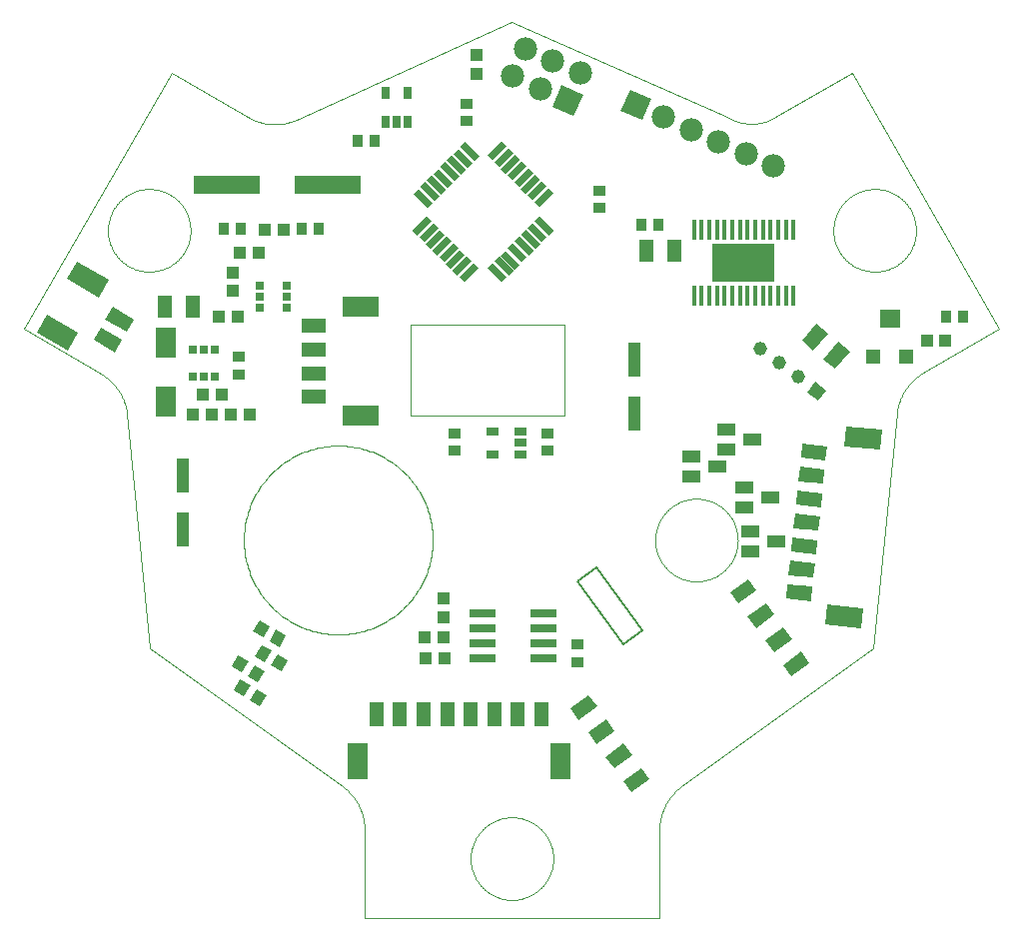
<source format=gts>
G75*
%MOIN*%
%OFA0B0*%
%FSLAX25Y25*%
%IPPOS*%
%LPD*%
%AMOC8*
5,1,8,0,0,1.08239X$1,22.5*
%
%ADD10C,0.00000*%
%ADD11C,0.00000*%
%ADD12R,0.04337X0.03550*%
%ADD13R,0.03550X0.04337*%
%ADD14R,0.07093X0.10262*%
%ADD15R,0.04731X0.08274*%
%ADD16R,0.06699X0.12211*%
%ADD17C,0.04534*%
%ADD18R,0.04534X0.04534*%
%ADD19R,0.07782X0.07782*%
%ADD20C,0.07782*%
%ADD21R,0.08274X0.04731*%
%ADD22R,0.12211X0.06699*%
%ADD23R,0.04337X0.04337*%
%ADD24R,0.22054X0.06306*%
%ADD25R,0.05124X0.05124*%
%ADD26R,0.06699X0.06306*%
%ADD27R,0.03943X0.04337*%
%ADD28R,0.04337X0.03943*%
%ADD29R,0.05124X0.07487*%
%ADD30R,0.09061X0.02762*%
%ADD31R,0.02369X0.06699*%
%ADD32R,0.01384X0.06502*%
%ADD33R,0.20794X0.12605*%
%ADD34R,0.05912X0.04337*%
%ADD35R,0.02565X0.02959*%
%ADD36R,0.04337X0.03156*%
%ADD37R,0.07487X0.04790*%
%ADD38C,0.00500*%
%ADD39R,0.03156X0.04337*%
%ADD40R,0.02959X0.02565*%
%ADD41R,0.03943X0.11424*%
D10*
X0116756Y0031009D02*
X0116751Y0031440D01*
X0116735Y0031872D01*
X0116708Y0032302D01*
X0116671Y0032732D01*
X0116624Y0033161D01*
X0116566Y0033588D01*
X0116498Y0034014D01*
X0116420Y0034438D01*
X0116331Y0034860D01*
X0116232Y0035280D01*
X0116123Y0035697D01*
X0116004Y0036112D01*
X0115875Y0036523D01*
X0115736Y0036932D01*
X0115586Y0037336D01*
X0115428Y0037737D01*
X0115259Y0038134D01*
X0115081Y0038527D01*
X0114893Y0038915D01*
X0114696Y0039299D01*
X0114490Y0039678D01*
X0114274Y0040052D01*
X0114050Y0040420D01*
X0113816Y0040783D01*
X0113574Y0041140D01*
X0113323Y0041491D01*
X0113064Y0041835D01*
X0112797Y0042174D01*
X0112521Y0042505D01*
X0112237Y0042830D01*
X0111946Y0043148D01*
X0111647Y0043459D01*
X0111340Y0043762D01*
X0111026Y0044058D01*
X0110705Y0044347D01*
X0110377Y0044627D01*
X0110043Y0044899D01*
X0109702Y0045163D01*
X0109354Y0045419D01*
X0109355Y0045419D02*
X0045299Y0091364D01*
X0037543Y0169828D01*
X0028764Y0183175D02*
X0003292Y0198135D01*
X0052504Y0283411D01*
X0077977Y0268687D01*
X0094118Y0267899D02*
X0165969Y0300380D01*
X0237819Y0268687D01*
X0238162Y0268494D01*
X0238509Y0268310D01*
X0238861Y0268134D01*
X0239217Y0267967D01*
X0239577Y0267809D01*
X0239940Y0267660D01*
X0240307Y0267519D01*
X0240678Y0267387D01*
X0241051Y0267265D01*
X0241428Y0267152D01*
X0241807Y0267047D01*
X0242188Y0266953D01*
X0242572Y0266867D01*
X0242958Y0266791D01*
X0243345Y0266724D01*
X0243734Y0266667D01*
X0244124Y0266619D01*
X0244516Y0266581D01*
X0244908Y0266552D01*
X0245300Y0266533D01*
X0245693Y0266523D01*
X0246087Y0266523D01*
X0246480Y0266533D01*
X0246872Y0266552D01*
X0247264Y0266581D01*
X0247656Y0266619D01*
X0248046Y0266667D01*
X0248435Y0266724D01*
X0248822Y0266791D01*
X0249208Y0266867D01*
X0249592Y0266953D01*
X0249973Y0267047D01*
X0250352Y0267152D01*
X0250729Y0267265D01*
X0251102Y0267387D01*
X0251473Y0267519D01*
X0251840Y0267660D01*
X0252203Y0267809D01*
X0252563Y0267967D01*
X0252919Y0268134D01*
X0253271Y0268310D01*
X0253618Y0268494D01*
X0253961Y0268687D01*
X0279433Y0283411D01*
X0328646Y0198135D01*
X0303173Y0183450D01*
X0294394Y0169828D02*
X0286638Y0091364D01*
X0222583Y0045419D01*
X0215181Y0031009D02*
X0215181Y0001600D01*
X0116756Y0001600D01*
X0116756Y0031009D01*
X0215181Y0031009D02*
X0215186Y0031440D01*
X0215202Y0031871D01*
X0215228Y0032302D01*
X0215265Y0032732D01*
X0215312Y0033161D01*
X0215370Y0033588D01*
X0215438Y0034014D01*
X0215516Y0034438D01*
X0215604Y0034860D01*
X0215703Y0035280D01*
X0215812Y0035698D01*
X0215931Y0036112D01*
X0216061Y0036524D01*
X0216200Y0036932D01*
X0216349Y0037337D01*
X0216508Y0037738D01*
X0216676Y0038135D01*
X0216855Y0038528D01*
X0217042Y0038916D01*
X0217239Y0039300D01*
X0217446Y0039679D01*
X0217661Y0040052D01*
X0217886Y0040421D01*
X0218119Y0040783D01*
X0218361Y0041140D01*
X0218612Y0041491D01*
X0218872Y0041836D01*
X0219139Y0042174D01*
X0219415Y0042506D01*
X0219699Y0042831D01*
X0219990Y0043149D01*
X0220289Y0043460D01*
X0220596Y0043763D01*
X0220910Y0044059D01*
X0221231Y0044347D01*
X0221559Y0044627D01*
X0221894Y0044899D01*
X0222235Y0045163D01*
X0222583Y0045418D01*
X0294394Y0169828D02*
X0294442Y0170257D01*
X0294500Y0170685D01*
X0294568Y0171111D01*
X0294647Y0171535D01*
X0294736Y0171957D01*
X0294835Y0172377D01*
X0294945Y0172795D01*
X0295064Y0173209D01*
X0295194Y0173621D01*
X0295334Y0174029D01*
X0295483Y0174434D01*
X0295642Y0174835D01*
X0295811Y0175232D01*
X0295990Y0175625D01*
X0296178Y0176013D01*
X0296376Y0176397D01*
X0296582Y0176776D01*
X0296798Y0177149D01*
X0297023Y0177517D01*
X0297257Y0177880D01*
X0297499Y0178237D01*
X0297750Y0178588D01*
X0298010Y0178933D01*
X0298278Y0179271D01*
X0298554Y0179603D01*
X0298838Y0179928D01*
X0299130Y0180245D01*
X0299429Y0180556D01*
X0299736Y0180859D01*
X0300050Y0181155D01*
X0300371Y0181443D01*
X0300700Y0181723D01*
X0301035Y0181996D01*
X0301376Y0182259D01*
X0301724Y0182515D01*
X0302078Y0182762D01*
X0302437Y0183000D01*
X0302803Y0183230D01*
X0303174Y0183450D01*
X0094118Y0267899D02*
X0093724Y0267726D01*
X0093326Y0267564D01*
X0092924Y0267410D01*
X0092518Y0267267D01*
X0092109Y0267134D01*
X0091697Y0267010D01*
X0091282Y0266897D01*
X0090864Y0266793D01*
X0090444Y0266700D01*
X0090022Y0266617D01*
X0089598Y0266545D01*
X0089172Y0266482D01*
X0088745Y0266430D01*
X0088317Y0266389D01*
X0087888Y0266357D01*
X0087458Y0266337D01*
X0087028Y0266326D01*
X0086597Y0266326D01*
X0086167Y0266337D01*
X0085737Y0266358D01*
X0085308Y0266389D01*
X0084880Y0266431D01*
X0084453Y0266483D01*
X0084027Y0266546D01*
X0083603Y0266619D01*
X0083181Y0266702D01*
X0082761Y0266795D01*
X0082344Y0266898D01*
X0081929Y0267012D01*
X0081516Y0267136D01*
X0081107Y0267269D01*
X0080702Y0267413D01*
X0080300Y0267566D01*
X0079902Y0267729D01*
X0079507Y0267902D01*
X0079118Y0268084D01*
X0078732Y0268275D01*
X0078352Y0268476D01*
X0077976Y0268686D01*
X0028764Y0183174D02*
X0029137Y0182949D01*
X0029504Y0182715D01*
X0029865Y0182473D01*
X0030221Y0182221D01*
X0030570Y0181961D01*
X0030913Y0181693D01*
X0031250Y0181417D01*
X0031580Y0181132D01*
X0031902Y0180840D01*
X0032218Y0180540D01*
X0032526Y0180233D01*
X0032827Y0179918D01*
X0033120Y0179596D01*
X0033406Y0179267D01*
X0033683Y0178931D01*
X0033952Y0178589D01*
X0034213Y0178240D01*
X0034465Y0177885D01*
X0034709Y0177524D01*
X0034944Y0177158D01*
X0035170Y0176785D01*
X0035387Y0176408D01*
X0035594Y0176025D01*
X0035793Y0175638D01*
X0035982Y0175245D01*
X0036162Y0174849D01*
X0036332Y0174448D01*
X0036492Y0174043D01*
X0036642Y0173634D01*
X0036783Y0173222D01*
X0036914Y0172807D01*
X0037034Y0172388D01*
X0037145Y0171967D01*
X0037245Y0171543D01*
X0037335Y0171117D01*
X0037415Y0170689D01*
X0037484Y0170259D01*
X0037543Y0169828D01*
D11*
X0031157Y0230931D02*
X0031161Y0231269D01*
X0031174Y0231607D01*
X0031194Y0231945D01*
X0031223Y0232282D01*
X0031261Y0232618D01*
X0031306Y0232953D01*
X0031360Y0233287D01*
X0031422Y0233619D01*
X0031492Y0233950D01*
X0031570Y0234279D01*
X0031656Y0234606D01*
X0031750Y0234931D01*
X0031853Y0235254D01*
X0031963Y0235573D01*
X0032080Y0235890D01*
X0032206Y0236204D01*
X0032339Y0236515D01*
X0032480Y0236823D01*
X0032628Y0237127D01*
X0032784Y0237427D01*
X0032947Y0237723D01*
X0033117Y0238015D01*
X0033295Y0238303D01*
X0033479Y0238587D01*
X0033671Y0238866D01*
X0033869Y0239140D01*
X0034074Y0239409D01*
X0034285Y0239673D01*
X0034503Y0239932D01*
X0034727Y0240185D01*
X0034957Y0240433D01*
X0035193Y0240675D01*
X0035435Y0240911D01*
X0035683Y0241141D01*
X0035936Y0241365D01*
X0036195Y0241583D01*
X0036459Y0241794D01*
X0036728Y0241999D01*
X0037002Y0242197D01*
X0037281Y0242389D01*
X0037565Y0242573D01*
X0037853Y0242751D01*
X0038145Y0242921D01*
X0038441Y0243084D01*
X0038741Y0243240D01*
X0039045Y0243388D01*
X0039353Y0243529D01*
X0039664Y0243662D01*
X0039978Y0243788D01*
X0040295Y0243905D01*
X0040614Y0244015D01*
X0040937Y0244118D01*
X0041262Y0244212D01*
X0041589Y0244298D01*
X0041918Y0244376D01*
X0042249Y0244446D01*
X0042581Y0244508D01*
X0042915Y0244562D01*
X0043250Y0244607D01*
X0043586Y0244645D01*
X0043923Y0244674D01*
X0044261Y0244694D01*
X0044599Y0244707D01*
X0044937Y0244711D01*
X0045275Y0244707D01*
X0045613Y0244694D01*
X0045951Y0244674D01*
X0046288Y0244645D01*
X0046624Y0244607D01*
X0046959Y0244562D01*
X0047293Y0244508D01*
X0047625Y0244446D01*
X0047956Y0244376D01*
X0048285Y0244298D01*
X0048612Y0244212D01*
X0048937Y0244118D01*
X0049260Y0244015D01*
X0049579Y0243905D01*
X0049896Y0243788D01*
X0050210Y0243662D01*
X0050521Y0243529D01*
X0050829Y0243388D01*
X0051133Y0243240D01*
X0051433Y0243084D01*
X0051729Y0242921D01*
X0052021Y0242751D01*
X0052309Y0242573D01*
X0052593Y0242389D01*
X0052872Y0242197D01*
X0053146Y0241999D01*
X0053415Y0241794D01*
X0053679Y0241583D01*
X0053938Y0241365D01*
X0054191Y0241141D01*
X0054439Y0240911D01*
X0054681Y0240675D01*
X0054917Y0240433D01*
X0055147Y0240185D01*
X0055371Y0239932D01*
X0055589Y0239673D01*
X0055800Y0239409D01*
X0056005Y0239140D01*
X0056203Y0238866D01*
X0056395Y0238587D01*
X0056579Y0238303D01*
X0056757Y0238015D01*
X0056927Y0237723D01*
X0057090Y0237427D01*
X0057246Y0237127D01*
X0057394Y0236823D01*
X0057535Y0236515D01*
X0057668Y0236204D01*
X0057794Y0235890D01*
X0057911Y0235573D01*
X0058021Y0235254D01*
X0058124Y0234931D01*
X0058218Y0234606D01*
X0058304Y0234279D01*
X0058382Y0233950D01*
X0058452Y0233619D01*
X0058514Y0233287D01*
X0058568Y0232953D01*
X0058613Y0232618D01*
X0058651Y0232282D01*
X0058680Y0231945D01*
X0058700Y0231607D01*
X0058713Y0231269D01*
X0058717Y0230931D01*
X0058713Y0230593D01*
X0058700Y0230255D01*
X0058680Y0229917D01*
X0058651Y0229580D01*
X0058613Y0229244D01*
X0058568Y0228909D01*
X0058514Y0228575D01*
X0058452Y0228243D01*
X0058382Y0227912D01*
X0058304Y0227583D01*
X0058218Y0227256D01*
X0058124Y0226931D01*
X0058021Y0226608D01*
X0057911Y0226289D01*
X0057794Y0225972D01*
X0057668Y0225658D01*
X0057535Y0225347D01*
X0057394Y0225039D01*
X0057246Y0224735D01*
X0057090Y0224435D01*
X0056927Y0224139D01*
X0056757Y0223847D01*
X0056579Y0223559D01*
X0056395Y0223275D01*
X0056203Y0222996D01*
X0056005Y0222722D01*
X0055800Y0222453D01*
X0055589Y0222189D01*
X0055371Y0221930D01*
X0055147Y0221677D01*
X0054917Y0221429D01*
X0054681Y0221187D01*
X0054439Y0220951D01*
X0054191Y0220721D01*
X0053938Y0220497D01*
X0053679Y0220279D01*
X0053415Y0220068D01*
X0053146Y0219863D01*
X0052872Y0219665D01*
X0052593Y0219473D01*
X0052309Y0219289D01*
X0052021Y0219111D01*
X0051729Y0218941D01*
X0051433Y0218778D01*
X0051133Y0218622D01*
X0050829Y0218474D01*
X0050521Y0218333D01*
X0050210Y0218200D01*
X0049896Y0218074D01*
X0049579Y0217957D01*
X0049260Y0217847D01*
X0048937Y0217744D01*
X0048612Y0217650D01*
X0048285Y0217564D01*
X0047956Y0217486D01*
X0047625Y0217416D01*
X0047293Y0217354D01*
X0046959Y0217300D01*
X0046624Y0217255D01*
X0046288Y0217217D01*
X0045951Y0217188D01*
X0045613Y0217168D01*
X0045275Y0217155D01*
X0044937Y0217151D01*
X0044599Y0217155D01*
X0044261Y0217168D01*
X0043923Y0217188D01*
X0043586Y0217217D01*
X0043250Y0217255D01*
X0042915Y0217300D01*
X0042581Y0217354D01*
X0042249Y0217416D01*
X0041918Y0217486D01*
X0041589Y0217564D01*
X0041262Y0217650D01*
X0040937Y0217744D01*
X0040614Y0217847D01*
X0040295Y0217957D01*
X0039978Y0218074D01*
X0039664Y0218200D01*
X0039353Y0218333D01*
X0039045Y0218474D01*
X0038741Y0218622D01*
X0038441Y0218778D01*
X0038145Y0218941D01*
X0037853Y0219111D01*
X0037565Y0219289D01*
X0037281Y0219473D01*
X0037002Y0219665D01*
X0036728Y0219863D01*
X0036459Y0220068D01*
X0036195Y0220279D01*
X0035936Y0220497D01*
X0035683Y0220721D01*
X0035435Y0220951D01*
X0035193Y0221187D01*
X0034957Y0221429D01*
X0034727Y0221677D01*
X0034503Y0221930D01*
X0034285Y0222189D01*
X0034074Y0222453D01*
X0033869Y0222722D01*
X0033671Y0222996D01*
X0033479Y0223275D01*
X0033295Y0223559D01*
X0033117Y0223847D01*
X0032947Y0224139D01*
X0032784Y0224435D01*
X0032628Y0224735D01*
X0032480Y0225039D01*
X0032339Y0225347D01*
X0032206Y0225658D01*
X0032080Y0225972D01*
X0031963Y0226289D01*
X0031853Y0226608D01*
X0031750Y0226931D01*
X0031656Y0227256D01*
X0031570Y0227583D01*
X0031492Y0227912D01*
X0031422Y0228243D01*
X0031360Y0228575D01*
X0031306Y0228909D01*
X0031261Y0229244D01*
X0031223Y0229580D01*
X0031194Y0229917D01*
X0031174Y0230255D01*
X0031161Y0230593D01*
X0031157Y0230931D01*
X0132189Y0199395D02*
X0132189Y0169238D01*
X0183370Y0169238D01*
X0183370Y0199395D01*
X0132189Y0199395D01*
X0076520Y0127584D02*
X0076529Y0128357D01*
X0076558Y0129129D01*
X0076605Y0129901D01*
X0076672Y0130671D01*
X0076757Y0131439D01*
X0076861Y0132205D01*
X0076984Y0132969D01*
X0077125Y0133729D01*
X0077285Y0134485D01*
X0077464Y0135237D01*
X0077661Y0135984D01*
X0077876Y0136727D01*
X0078110Y0137464D01*
X0078361Y0138195D01*
X0078630Y0138919D01*
X0078917Y0139637D01*
X0079222Y0140347D01*
X0079544Y0141050D01*
X0079883Y0141745D01*
X0080239Y0142431D01*
X0080612Y0143108D01*
X0081001Y0143776D01*
X0081406Y0144434D01*
X0081828Y0145082D01*
X0082265Y0145720D01*
X0082718Y0146346D01*
X0083186Y0146961D01*
X0083669Y0147565D01*
X0084167Y0148156D01*
X0084679Y0148735D01*
X0085205Y0149302D01*
X0085745Y0149855D01*
X0086298Y0150395D01*
X0086865Y0150921D01*
X0087444Y0151433D01*
X0088035Y0151931D01*
X0088639Y0152414D01*
X0089254Y0152882D01*
X0089880Y0153335D01*
X0090518Y0153772D01*
X0091166Y0154194D01*
X0091824Y0154599D01*
X0092492Y0154988D01*
X0093169Y0155361D01*
X0093855Y0155717D01*
X0094550Y0156056D01*
X0095253Y0156378D01*
X0095963Y0156683D01*
X0096681Y0156970D01*
X0097405Y0157239D01*
X0098136Y0157490D01*
X0098873Y0157724D01*
X0099616Y0157939D01*
X0100363Y0158136D01*
X0101115Y0158315D01*
X0101871Y0158475D01*
X0102631Y0158616D01*
X0103395Y0158739D01*
X0104161Y0158843D01*
X0104929Y0158928D01*
X0105699Y0158995D01*
X0106471Y0159042D01*
X0107243Y0159071D01*
X0108016Y0159080D01*
X0108789Y0159071D01*
X0109561Y0159042D01*
X0110333Y0158995D01*
X0111103Y0158928D01*
X0111871Y0158843D01*
X0112637Y0158739D01*
X0113401Y0158616D01*
X0114161Y0158475D01*
X0114917Y0158315D01*
X0115669Y0158136D01*
X0116416Y0157939D01*
X0117159Y0157724D01*
X0117896Y0157490D01*
X0118627Y0157239D01*
X0119351Y0156970D01*
X0120069Y0156683D01*
X0120779Y0156378D01*
X0121482Y0156056D01*
X0122177Y0155717D01*
X0122863Y0155361D01*
X0123540Y0154988D01*
X0124208Y0154599D01*
X0124866Y0154194D01*
X0125514Y0153772D01*
X0126152Y0153335D01*
X0126778Y0152882D01*
X0127393Y0152414D01*
X0127997Y0151931D01*
X0128588Y0151433D01*
X0129167Y0150921D01*
X0129734Y0150395D01*
X0130287Y0149855D01*
X0130827Y0149302D01*
X0131353Y0148735D01*
X0131865Y0148156D01*
X0132363Y0147565D01*
X0132846Y0146961D01*
X0133314Y0146346D01*
X0133767Y0145720D01*
X0134204Y0145082D01*
X0134626Y0144434D01*
X0135031Y0143776D01*
X0135420Y0143108D01*
X0135793Y0142431D01*
X0136149Y0141745D01*
X0136488Y0141050D01*
X0136810Y0140347D01*
X0137115Y0139637D01*
X0137402Y0138919D01*
X0137671Y0138195D01*
X0137922Y0137464D01*
X0138156Y0136727D01*
X0138371Y0135984D01*
X0138568Y0135237D01*
X0138747Y0134485D01*
X0138907Y0133729D01*
X0139048Y0132969D01*
X0139171Y0132205D01*
X0139275Y0131439D01*
X0139360Y0130671D01*
X0139427Y0129901D01*
X0139474Y0129129D01*
X0139503Y0128357D01*
X0139512Y0127584D01*
X0139503Y0126811D01*
X0139474Y0126039D01*
X0139427Y0125267D01*
X0139360Y0124497D01*
X0139275Y0123729D01*
X0139171Y0122963D01*
X0139048Y0122199D01*
X0138907Y0121439D01*
X0138747Y0120683D01*
X0138568Y0119931D01*
X0138371Y0119184D01*
X0138156Y0118441D01*
X0137922Y0117704D01*
X0137671Y0116973D01*
X0137402Y0116249D01*
X0137115Y0115531D01*
X0136810Y0114821D01*
X0136488Y0114118D01*
X0136149Y0113423D01*
X0135793Y0112737D01*
X0135420Y0112060D01*
X0135031Y0111392D01*
X0134626Y0110734D01*
X0134204Y0110086D01*
X0133767Y0109448D01*
X0133314Y0108822D01*
X0132846Y0108207D01*
X0132363Y0107603D01*
X0131865Y0107012D01*
X0131353Y0106433D01*
X0130827Y0105866D01*
X0130287Y0105313D01*
X0129734Y0104773D01*
X0129167Y0104247D01*
X0128588Y0103735D01*
X0127997Y0103237D01*
X0127393Y0102754D01*
X0126778Y0102286D01*
X0126152Y0101833D01*
X0125514Y0101396D01*
X0124866Y0100974D01*
X0124208Y0100569D01*
X0123540Y0100180D01*
X0122863Y0099807D01*
X0122177Y0099451D01*
X0121482Y0099112D01*
X0120779Y0098790D01*
X0120069Y0098485D01*
X0119351Y0098198D01*
X0118627Y0097929D01*
X0117896Y0097678D01*
X0117159Y0097444D01*
X0116416Y0097229D01*
X0115669Y0097032D01*
X0114917Y0096853D01*
X0114161Y0096693D01*
X0113401Y0096552D01*
X0112637Y0096429D01*
X0111871Y0096325D01*
X0111103Y0096240D01*
X0110333Y0096173D01*
X0109561Y0096126D01*
X0108789Y0096097D01*
X0108016Y0096088D01*
X0107243Y0096097D01*
X0106471Y0096126D01*
X0105699Y0096173D01*
X0104929Y0096240D01*
X0104161Y0096325D01*
X0103395Y0096429D01*
X0102631Y0096552D01*
X0101871Y0096693D01*
X0101115Y0096853D01*
X0100363Y0097032D01*
X0099616Y0097229D01*
X0098873Y0097444D01*
X0098136Y0097678D01*
X0097405Y0097929D01*
X0096681Y0098198D01*
X0095963Y0098485D01*
X0095253Y0098790D01*
X0094550Y0099112D01*
X0093855Y0099451D01*
X0093169Y0099807D01*
X0092492Y0100180D01*
X0091824Y0100569D01*
X0091166Y0100974D01*
X0090518Y0101396D01*
X0089880Y0101833D01*
X0089254Y0102286D01*
X0088639Y0102754D01*
X0088035Y0103237D01*
X0087444Y0103735D01*
X0086865Y0104247D01*
X0086298Y0104773D01*
X0085745Y0105313D01*
X0085205Y0105866D01*
X0084679Y0106433D01*
X0084167Y0107012D01*
X0083669Y0107603D01*
X0083186Y0108207D01*
X0082718Y0108822D01*
X0082265Y0109448D01*
X0081828Y0110086D01*
X0081406Y0110734D01*
X0081001Y0111392D01*
X0080612Y0112060D01*
X0080239Y0112737D01*
X0079883Y0113423D01*
X0079544Y0114118D01*
X0079222Y0114821D01*
X0078917Y0115531D01*
X0078630Y0116249D01*
X0078361Y0116973D01*
X0078110Y0117704D01*
X0077876Y0118441D01*
X0077661Y0119184D01*
X0077464Y0119931D01*
X0077285Y0120683D01*
X0077125Y0121439D01*
X0076984Y0122199D01*
X0076861Y0122963D01*
X0076757Y0123729D01*
X0076672Y0124497D01*
X0076605Y0125267D01*
X0076558Y0126039D01*
X0076529Y0126811D01*
X0076520Y0127584D01*
X0152197Y0021285D02*
X0152201Y0021623D01*
X0152214Y0021961D01*
X0152234Y0022299D01*
X0152263Y0022636D01*
X0152301Y0022972D01*
X0152346Y0023307D01*
X0152400Y0023641D01*
X0152462Y0023973D01*
X0152532Y0024304D01*
X0152610Y0024633D01*
X0152696Y0024960D01*
X0152790Y0025285D01*
X0152893Y0025608D01*
X0153003Y0025927D01*
X0153120Y0026244D01*
X0153246Y0026558D01*
X0153379Y0026869D01*
X0153520Y0027177D01*
X0153668Y0027481D01*
X0153824Y0027781D01*
X0153987Y0028077D01*
X0154157Y0028369D01*
X0154335Y0028657D01*
X0154519Y0028941D01*
X0154711Y0029220D01*
X0154909Y0029494D01*
X0155114Y0029763D01*
X0155325Y0030027D01*
X0155543Y0030286D01*
X0155767Y0030539D01*
X0155997Y0030787D01*
X0156233Y0031029D01*
X0156475Y0031265D01*
X0156723Y0031495D01*
X0156976Y0031719D01*
X0157235Y0031937D01*
X0157499Y0032148D01*
X0157768Y0032353D01*
X0158042Y0032551D01*
X0158321Y0032743D01*
X0158605Y0032927D01*
X0158893Y0033105D01*
X0159185Y0033275D01*
X0159481Y0033438D01*
X0159781Y0033594D01*
X0160085Y0033742D01*
X0160393Y0033883D01*
X0160704Y0034016D01*
X0161018Y0034142D01*
X0161335Y0034259D01*
X0161654Y0034369D01*
X0161977Y0034472D01*
X0162302Y0034566D01*
X0162629Y0034652D01*
X0162958Y0034730D01*
X0163289Y0034800D01*
X0163621Y0034862D01*
X0163955Y0034916D01*
X0164290Y0034961D01*
X0164626Y0034999D01*
X0164963Y0035028D01*
X0165301Y0035048D01*
X0165639Y0035061D01*
X0165977Y0035065D01*
X0166315Y0035061D01*
X0166653Y0035048D01*
X0166991Y0035028D01*
X0167328Y0034999D01*
X0167664Y0034961D01*
X0167999Y0034916D01*
X0168333Y0034862D01*
X0168665Y0034800D01*
X0168996Y0034730D01*
X0169325Y0034652D01*
X0169652Y0034566D01*
X0169977Y0034472D01*
X0170300Y0034369D01*
X0170619Y0034259D01*
X0170936Y0034142D01*
X0171250Y0034016D01*
X0171561Y0033883D01*
X0171869Y0033742D01*
X0172173Y0033594D01*
X0172473Y0033438D01*
X0172769Y0033275D01*
X0173061Y0033105D01*
X0173349Y0032927D01*
X0173633Y0032743D01*
X0173912Y0032551D01*
X0174186Y0032353D01*
X0174455Y0032148D01*
X0174719Y0031937D01*
X0174978Y0031719D01*
X0175231Y0031495D01*
X0175479Y0031265D01*
X0175721Y0031029D01*
X0175957Y0030787D01*
X0176187Y0030539D01*
X0176411Y0030286D01*
X0176629Y0030027D01*
X0176840Y0029763D01*
X0177045Y0029494D01*
X0177243Y0029220D01*
X0177435Y0028941D01*
X0177619Y0028657D01*
X0177797Y0028369D01*
X0177967Y0028077D01*
X0178130Y0027781D01*
X0178286Y0027481D01*
X0178434Y0027177D01*
X0178575Y0026869D01*
X0178708Y0026558D01*
X0178834Y0026244D01*
X0178951Y0025927D01*
X0179061Y0025608D01*
X0179164Y0025285D01*
X0179258Y0024960D01*
X0179344Y0024633D01*
X0179422Y0024304D01*
X0179492Y0023973D01*
X0179554Y0023641D01*
X0179608Y0023307D01*
X0179653Y0022972D01*
X0179691Y0022636D01*
X0179720Y0022299D01*
X0179740Y0021961D01*
X0179753Y0021623D01*
X0179757Y0021285D01*
X0179753Y0020947D01*
X0179740Y0020609D01*
X0179720Y0020271D01*
X0179691Y0019934D01*
X0179653Y0019598D01*
X0179608Y0019263D01*
X0179554Y0018929D01*
X0179492Y0018597D01*
X0179422Y0018266D01*
X0179344Y0017937D01*
X0179258Y0017610D01*
X0179164Y0017285D01*
X0179061Y0016962D01*
X0178951Y0016643D01*
X0178834Y0016326D01*
X0178708Y0016012D01*
X0178575Y0015701D01*
X0178434Y0015393D01*
X0178286Y0015089D01*
X0178130Y0014789D01*
X0177967Y0014493D01*
X0177797Y0014201D01*
X0177619Y0013913D01*
X0177435Y0013629D01*
X0177243Y0013350D01*
X0177045Y0013076D01*
X0176840Y0012807D01*
X0176629Y0012543D01*
X0176411Y0012284D01*
X0176187Y0012031D01*
X0175957Y0011783D01*
X0175721Y0011541D01*
X0175479Y0011305D01*
X0175231Y0011075D01*
X0174978Y0010851D01*
X0174719Y0010633D01*
X0174455Y0010422D01*
X0174186Y0010217D01*
X0173912Y0010019D01*
X0173633Y0009827D01*
X0173349Y0009643D01*
X0173061Y0009465D01*
X0172769Y0009295D01*
X0172473Y0009132D01*
X0172173Y0008976D01*
X0171869Y0008828D01*
X0171561Y0008687D01*
X0171250Y0008554D01*
X0170936Y0008428D01*
X0170619Y0008311D01*
X0170300Y0008201D01*
X0169977Y0008098D01*
X0169652Y0008004D01*
X0169325Y0007918D01*
X0168996Y0007840D01*
X0168665Y0007770D01*
X0168333Y0007708D01*
X0167999Y0007654D01*
X0167664Y0007609D01*
X0167328Y0007571D01*
X0166991Y0007542D01*
X0166653Y0007522D01*
X0166315Y0007509D01*
X0165977Y0007505D01*
X0165639Y0007509D01*
X0165301Y0007522D01*
X0164963Y0007542D01*
X0164626Y0007571D01*
X0164290Y0007609D01*
X0163955Y0007654D01*
X0163621Y0007708D01*
X0163289Y0007770D01*
X0162958Y0007840D01*
X0162629Y0007918D01*
X0162302Y0008004D01*
X0161977Y0008098D01*
X0161654Y0008201D01*
X0161335Y0008311D01*
X0161018Y0008428D01*
X0160704Y0008554D01*
X0160393Y0008687D01*
X0160085Y0008828D01*
X0159781Y0008976D01*
X0159481Y0009132D01*
X0159185Y0009295D01*
X0158893Y0009465D01*
X0158605Y0009643D01*
X0158321Y0009827D01*
X0158042Y0010019D01*
X0157768Y0010217D01*
X0157499Y0010422D01*
X0157235Y0010633D01*
X0156976Y0010851D01*
X0156723Y0011075D01*
X0156475Y0011305D01*
X0156233Y0011541D01*
X0155997Y0011783D01*
X0155767Y0012031D01*
X0155543Y0012284D01*
X0155325Y0012543D01*
X0155114Y0012807D01*
X0154909Y0013076D01*
X0154711Y0013350D01*
X0154519Y0013629D01*
X0154335Y0013913D01*
X0154157Y0014201D01*
X0153987Y0014493D01*
X0153824Y0014789D01*
X0153668Y0015089D01*
X0153520Y0015393D01*
X0153379Y0015701D01*
X0153246Y0016012D01*
X0153120Y0016326D01*
X0153003Y0016643D01*
X0152893Y0016962D01*
X0152790Y0017285D01*
X0152696Y0017610D01*
X0152610Y0017937D01*
X0152532Y0018266D01*
X0152462Y0018597D01*
X0152400Y0018929D01*
X0152346Y0019263D01*
X0152301Y0019598D01*
X0152263Y0019934D01*
X0152234Y0020271D01*
X0152214Y0020609D01*
X0152201Y0020947D01*
X0152197Y0021285D01*
X0213763Y0127584D02*
X0213767Y0127922D01*
X0213780Y0128260D01*
X0213800Y0128598D01*
X0213829Y0128935D01*
X0213867Y0129271D01*
X0213912Y0129606D01*
X0213966Y0129940D01*
X0214028Y0130272D01*
X0214098Y0130603D01*
X0214176Y0130932D01*
X0214262Y0131259D01*
X0214356Y0131584D01*
X0214459Y0131907D01*
X0214569Y0132226D01*
X0214686Y0132543D01*
X0214812Y0132857D01*
X0214945Y0133168D01*
X0215086Y0133476D01*
X0215234Y0133780D01*
X0215390Y0134080D01*
X0215553Y0134376D01*
X0215723Y0134668D01*
X0215901Y0134956D01*
X0216085Y0135240D01*
X0216277Y0135519D01*
X0216475Y0135793D01*
X0216680Y0136062D01*
X0216891Y0136326D01*
X0217109Y0136585D01*
X0217333Y0136838D01*
X0217563Y0137086D01*
X0217799Y0137328D01*
X0218041Y0137564D01*
X0218289Y0137794D01*
X0218542Y0138018D01*
X0218801Y0138236D01*
X0219065Y0138447D01*
X0219334Y0138652D01*
X0219608Y0138850D01*
X0219887Y0139042D01*
X0220171Y0139226D01*
X0220459Y0139404D01*
X0220751Y0139574D01*
X0221047Y0139737D01*
X0221347Y0139893D01*
X0221651Y0140041D01*
X0221959Y0140182D01*
X0222270Y0140315D01*
X0222584Y0140441D01*
X0222901Y0140558D01*
X0223220Y0140668D01*
X0223543Y0140771D01*
X0223868Y0140865D01*
X0224195Y0140951D01*
X0224524Y0141029D01*
X0224855Y0141099D01*
X0225187Y0141161D01*
X0225521Y0141215D01*
X0225856Y0141260D01*
X0226192Y0141298D01*
X0226529Y0141327D01*
X0226867Y0141347D01*
X0227205Y0141360D01*
X0227543Y0141364D01*
X0227881Y0141360D01*
X0228219Y0141347D01*
X0228557Y0141327D01*
X0228894Y0141298D01*
X0229230Y0141260D01*
X0229565Y0141215D01*
X0229899Y0141161D01*
X0230231Y0141099D01*
X0230562Y0141029D01*
X0230891Y0140951D01*
X0231218Y0140865D01*
X0231543Y0140771D01*
X0231866Y0140668D01*
X0232185Y0140558D01*
X0232502Y0140441D01*
X0232816Y0140315D01*
X0233127Y0140182D01*
X0233435Y0140041D01*
X0233739Y0139893D01*
X0234039Y0139737D01*
X0234335Y0139574D01*
X0234627Y0139404D01*
X0234915Y0139226D01*
X0235199Y0139042D01*
X0235478Y0138850D01*
X0235752Y0138652D01*
X0236021Y0138447D01*
X0236285Y0138236D01*
X0236544Y0138018D01*
X0236797Y0137794D01*
X0237045Y0137564D01*
X0237287Y0137328D01*
X0237523Y0137086D01*
X0237753Y0136838D01*
X0237977Y0136585D01*
X0238195Y0136326D01*
X0238406Y0136062D01*
X0238611Y0135793D01*
X0238809Y0135519D01*
X0239001Y0135240D01*
X0239185Y0134956D01*
X0239363Y0134668D01*
X0239533Y0134376D01*
X0239696Y0134080D01*
X0239852Y0133780D01*
X0240000Y0133476D01*
X0240141Y0133168D01*
X0240274Y0132857D01*
X0240400Y0132543D01*
X0240517Y0132226D01*
X0240627Y0131907D01*
X0240730Y0131584D01*
X0240824Y0131259D01*
X0240910Y0130932D01*
X0240988Y0130603D01*
X0241058Y0130272D01*
X0241120Y0129940D01*
X0241174Y0129606D01*
X0241219Y0129271D01*
X0241257Y0128935D01*
X0241286Y0128598D01*
X0241306Y0128260D01*
X0241319Y0127922D01*
X0241323Y0127584D01*
X0241319Y0127246D01*
X0241306Y0126908D01*
X0241286Y0126570D01*
X0241257Y0126233D01*
X0241219Y0125897D01*
X0241174Y0125562D01*
X0241120Y0125228D01*
X0241058Y0124896D01*
X0240988Y0124565D01*
X0240910Y0124236D01*
X0240824Y0123909D01*
X0240730Y0123584D01*
X0240627Y0123261D01*
X0240517Y0122942D01*
X0240400Y0122625D01*
X0240274Y0122311D01*
X0240141Y0122000D01*
X0240000Y0121692D01*
X0239852Y0121388D01*
X0239696Y0121088D01*
X0239533Y0120792D01*
X0239363Y0120500D01*
X0239185Y0120212D01*
X0239001Y0119928D01*
X0238809Y0119649D01*
X0238611Y0119375D01*
X0238406Y0119106D01*
X0238195Y0118842D01*
X0237977Y0118583D01*
X0237753Y0118330D01*
X0237523Y0118082D01*
X0237287Y0117840D01*
X0237045Y0117604D01*
X0236797Y0117374D01*
X0236544Y0117150D01*
X0236285Y0116932D01*
X0236021Y0116721D01*
X0235752Y0116516D01*
X0235478Y0116318D01*
X0235199Y0116126D01*
X0234915Y0115942D01*
X0234627Y0115764D01*
X0234335Y0115594D01*
X0234039Y0115431D01*
X0233739Y0115275D01*
X0233435Y0115127D01*
X0233127Y0114986D01*
X0232816Y0114853D01*
X0232502Y0114727D01*
X0232185Y0114610D01*
X0231866Y0114500D01*
X0231543Y0114397D01*
X0231218Y0114303D01*
X0230891Y0114217D01*
X0230562Y0114139D01*
X0230231Y0114069D01*
X0229899Y0114007D01*
X0229565Y0113953D01*
X0229230Y0113908D01*
X0228894Y0113870D01*
X0228557Y0113841D01*
X0228219Y0113821D01*
X0227881Y0113808D01*
X0227543Y0113804D01*
X0227205Y0113808D01*
X0226867Y0113821D01*
X0226529Y0113841D01*
X0226192Y0113870D01*
X0225856Y0113908D01*
X0225521Y0113953D01*
X0225187Y0114007D01*
X0224855Y0114069D01*
X0224524Y0114139D01*
X0224195Y0114217D01*
X0223868Y0114303D01*
X0223543Y0114397D01*
X0223220Y0114500D01*
X0222901Y0114610D01*
X0222584Y0114727D01*
X0222270Y0114853D01*
X0221959Y0114986D01*
X0221651Y0115127D01*
X0221347Y0115275D01*
X0221047Y0115431D01*
X0220751Y0115594D01*
X0220459Y0115764D01*
X0220171Y0115942D01*
X0219887Y0116126D01*
X0219608Y0116318D01*
X0219334Y0116516D01*
X0219065Y0116721D01*
X0218801Y0116932D01*
X0218542Y0117150D01*
X0218289Y0117374D01*
X0218041Y0117604D01*
X0217799Y0117840D01*
X0217563Y0118082D01*
X0217333Y0118330D01*
X0217109Y0118583D01*
X0216891Y0118842D01*
X0216680Y0119106D01*
X0216475Y0119375D01*
X0216277Y0119649D01*
X0216085Y0119928D01*
X0215901Y0120212D01*
X0215723Y0120500D01*
X0215553Y0120792D01*
X0215390Y0121088D01*
X0215234Y0121388D01*
X0215086Y0121692D01*
X0214945Y0122000D01*
X0214812Y0122311D01*
X0214686Y0122625D01*
X0214569Y0122942D01*
X0214459Y0123261D01*
X0214356Y0123584D01*
X0214262Y0123909D01*
X0214176Y0124236D01*
X0214098Y0124565D01*
X0214028Y0124896D01*
X0213966Y0125228D01*
X0213912Y0125562D01*
X0213867Y0125897D01*
X0213829Y0126233D01*
X0213800Y0126570D01*
X0213780Y0126908D01*
X0213767Y0127246D01*
X0213763Y0127584D01*
X0273236Y0230931D02*
X0273240Y0231269D01*
X0273253Y0231607D01*
X0273273Y0231945D01*
X0273302Y0232282D01*
X0273340Y0232618D01*
X0273385Y0232953D01*
X0273439Y0233287D01*
X0273501Y0233619D01*
X0273571Y0233950D01*
X0273649Y0234279D01*
X0273735Y0234606D01*
X0273829Y0234931D01*
X0273932Y0235254D01*
X0274042Y0235573D01*
X0274159Y0235890D01*
X0274285Y0236204D01*
X0274418Y0236515D01*
X0274559Y0236823D01*
X0274707Y0237127D01*
X0274863Y0237427D01*
X0275026Y0237723D01*
X0275196Y0238015D01*
X0275374Y0238303D01*
X0275558Y0238587D01*
X0275750Y0238866D01*
X0275948Y0239140D01*
X0276153Y0239409D01*
X0276364Y0239673D01*
X0276582Y0239932D01*
X0276806Y0240185D01*
X0277036Y0240433D01*
X0277272Y0240675D01*
X0277514Y0240911D01*
X0277762Y0241141D01*
X0278015Y0241365D01*
X0278274Y0241583D01*
X0278538Y0241794D01*
X0278807Y0241999D01*
X0279081Y0242197D01*
X0279360Y0242389D01*
X0279644Y0242573D01*
X0279932Y0242751D01*
X0280224Y0242921D01*
X0280520Y0243084D01*
X0280820Y0243240D01*
X0281124Y0243388D01*
X0281432Y0243529D01*
X0281743Y0243662D01*
X0282057Y0243788D01*
X0282374Y0243905D01*
X0282693Y0244015D01*
X0283016Y0244118D01*
X0283341Y0244212D01*
X0283668Y0244298D01*
X0283997Y0244376D01*
X0284328Y0244446D01*
X0284660Y0244508D01*
X0284994Y0244562D01*
X0285329Y0244607D01*
X0285665Y0244645D01*
X0286002Y0244674D01*
X0286340Y0244694D01*
X0286678Y0244707D01*
X0287016Y0244711D01*
X0287354Y0244707D01*
X0287692Y0244694D01*
X0288030Y0244674D01*
X0288367Y0244645D01*
X0288703Y0244607D01*
X0289038Y0244562D01*
X0289372Y0244508D01*
X0289704Y0244446D01*
X0290035Y0244376D01*
X0290364Y0244298D01*
X0290691Y0244212D01*
X0291016Y0244118D01*
X0291339Y0244015D01*
X0291658Y0243905D01*
X0291975Y0243788D01*
X0292289Y0243662D01*
X0292600Y0243529D01*
X0292908Y0243388D01*
X0293212Y0243240D01*
X0293512Y0243084D01*
X0293808Y0242921D01*
X0294100Y0242751D01*
X0294388Y0242573D01*
X0294672Y0242389D01*
X0294951Y0242197D01*
X0295225Y0241999D01*
X0295494Y0241794D01*
X0295758Y0241583D01*
X0296017Y0241365D01*
X0296270Y0241141D01*
X0296518Y0240911D01*
X0296760Y0240675D01*
X0296996Y0240433D01*
X0297226Y0240185D01*
X0297450Y0239932D01*
X0297668Y0239673D01*
X0297879Y0239409D01*
X0298084Y0239140D01*
X0298282Y0238866D01*
X0298474Y0238587D01*
X0298658Y0238303D01*
X0298836Y0238015D01*
X0299006Y0237723D01*
X0299169Y0237427D01*
X0299325Y0237127D01*
X0299473Y0236823D01*
X0299614Y0236515D01*
X0299747Y0236204D01*
X0299873Y0235890D01*
X0299990Y0235573D01*
X0300100Y0235254D01*
X0300203Y0234931D01*
X0300297Y0234606D01*
X0300383Y0234279D01*
X0300461Y0233950D01*
X0300531Y0233619D01*
X0300593Y0233287D01*
X0300647Y0232953D01*
X0300692Y0232618D01*
X0300730Y0232282D01*
X0300759Y0231945D01*
X0300779Y0231607D01*
X0300792Y0231269D01*
X0300796Y0230931D01*
X0300792Y0230593D01*
X0300779Y0230255D01*
X0300759Y0229917D01*
X0300730Y0229580D01*
X0300692Y0229244D01*
X0300647Y0228909D01*
X0300593Y0228575D01*
X0300531Y0228243D01*
X0300461Y0227912D01*
X0300383Y0227583D01*
X0300297Y0227256D01*
X0300203Y0226931D01*
X0300100Y0226608D01*
X0299990Y0226289D01*
X0299873Y0225972D01*
X0299747Y0225658D01*
X0299614Y0225347D01*
X0299473Y0225039D01*
X0299325Y0224735D01*
X0299169Y0224435D01*
X0299006Y0224139D01*
X0298836Y0223847D01*
X0298658Y0223559D01*
X0298474Y0223275D01*
X0298282Y0222996D01*
X0298084Y0222722D01*
X0297879Y0222453D01*
X0297668Y0222189D01*
X0297450Y0221930D01*
X0297226Y0221677D01*
X0296996Y0221429D01*
X0296760Y0221187D01*
X0296518Y0220951D01*
X0296270Y0220721D01*
X0296017Y0220497D01*
X0295758Y0220279D01*
X0295494Y0220068D01*
X0295225Y0219863D01*
X0294951Y0219665D01*
X0294672Y0219473D01*
X0294388Y0219289D01*
X0294100Y0219111D01*
X0293808Y0218941D01*
X0293512Y0218778D01*
X0293212Y0218622D01*
X0292908Y0218474D01*
X0292600Y0218333D01*
X0292289Y0218200D01*
X0291975Y0218074D01*
X0291658Y0217957D01*
X0291339Y0217847D01*
X0291016Y0217744D01*
X0290691Y0217650D01*
X0290364Y0217564D01*
X0290035Y0217486D01*
X0289704Y0217416D01*
X0289372Y0217354D01*
X0289038Y0217300D01*
X0288703Y0217255D01*
X0288367Y0217217D01*
X0288030Y0217188D01*
X0287692Y0217168D01*
X0287354Y0217155D01*
X0287016Y0217151D01*
X0286678Y0217155D01*
X0286340Y0217168D01*
X0286002Y0217188D01*
X0285665Y0217217D01*
X0285329Y0217255D01*
X0284994Y0217300D01*
X0284660Y0217354D01*
X0284328Y0217416D01*
X0283997Y0217486D01*
X0283668Y0217564D01*
X0283341Y0217650D01*
X0283016Y0217744D01*
X0282693Y0217847D01*
X0282374Y0217957D01*
X0282057Y0218074D01*
X0281743Y0218200D01*
X0281432Y0218333D01*
X0281124Y0218474D01*
X0280820Y0218622D01*
X0280520Y0218778D01*
X0280224Y0218941D01*
X0279932Y0219111D01*
X0279644Y0219289D01*
X0279360Y0219473D01*
X0279081Y0219665D01*
X0278807Y0219863D01*
X0278538Y0220068D01*
X0278274Y0220279D01*
X0278015Y0220497D01*
X0277762Y0220721D01*
X0277514Y0220951D01*
X0277272Y0221187D01*
X0277036Y0221429D01*
X0276806Y0221677D01*
X0276582Y0221930D01*
X0276364Y0222189D01*
X0276153Y0222453D01*
X0275948Y0222722D01*
X0275750Y0222996D01*
X0275558Y0223275D01*
X0275374Y0223559D01*
X0275196Y0223847D01*
X0275026Y0224139D01*
X0274863Y0224435D01*
X0274707Y0224735D01*
X0274559Y0225039D01*
X0274418Y0225347D01*
X0274285Y0225658D01*
X0274159Y0225972D01*
X0274042Y0226289D01*
X0273932Y0226608D01*
X0273829Y0226931D01*
X0273735Y0227256D01*
X0273649Y0227583D01*
X0273571Y0227912D01*
X0273501Y0228243D01*
X0273439Y0228575D01*
X0273385Y0228909D01*
X0273340Y0229244D01*
X0273302Y0229580D01*
X0273273Y0229917D01*
X0273253Y0230255D01*
X0273240Y0230593D01*
X0273236Y0230931D01*
D12*
X0195092Y0238546D03*
X0195092Y0244254D03*
X0150692Y0267346D03*
X0150692Y0273054D03*
X0074892Y0188654D03*
X0074892Y0182946D03*
X0146692Y0163054D03*
X0146692Y0157346D03*
X0177892Y0157346D03*
X0177892Y0163054D03*
X0187892Y0092654D03*
X0187892Y0086946D03*
D13*
X0310837Y0202000D03*
X0316546Y0202000D03*
X0214946Y0232800D03*
X0209237Y0232800D03*
X0120146Y0260800D03*
X0114437Y0260800D03*
X0101546Y0231500D03*
X0095837Y0231500D03*
X0075546Y0231500D03*
X0069837Y0231500D03*
D14*
X0050411Y0193543D03*
X0050411Y0173857D03*
D15*
G36*
X0035888Y0194370D02*
X0033523Y0190274D01*
X0026358Y0194410D01*
X0028723Y0198506D01*
X0035888Y0194370D01*
G37*
G36*
X0039825Y0201190D02*
X0037460Y0197094D01*
X0030295Y0201230D01*
X0032660Y0205326D01*
X0039825Y0201190D01*
G37*
X0120732Y0069600D03*
X0128606Y0069600D03*
X0136480Y0069600D03*
X0144355Y0069600D03*
X0152229Y0069600D03*
X0160103Y0069600D03*
X0167977Y0069600D03*
X0175851Y0069600D03*
G36*
X0257473Y0108125D02*
X0257967Y0112828D01*
X0266195Y0111963D01*
X0265701Y0107260D01*
X0257473Y0108125D01*
G37*
G36*
X0258296Y0115956D02*
X0258790Y0120659D01*
X0267018Y0119794D01*
X0266524Y0115091D01*
X0258296Y0115956D01*
G37*
G36*
X0259119Y0123787D02*
X0259613Y0128490D01*
X0267841Y0127625D01*
X0267347Y0122922D01*
X0259119Y0123787D01*
G37*
G36*
X0259942Y0131618D02*
X0260436Y0136321D01*
X0268664Y0135456D01*
X0268170Y0130753D01*
X0259942Y0131618D01*
G37*
G36*
X0260765Y0139449D02*
X0261259Y0144152D01*
X0269487Y0143287D01*
X0268993Y0138584D01*
X0260765Y0139449D01*
G37*
G36*
X0261588Y0147280D02*
X0262082Y0151983D01*
X0270310Y0151118D01*
X0269816Y0146415D01*
X0261588Y0147280D01*
G37*
G36*
X0262411Y0155110D02*
X0262905Y0159813D01*
X0271133Y0158948D01*
X0270639Y0154245D01*
X0262411Y0155110D01*
G37*
D16*
G36*
X0276671Y0158956D02*
X0277371Y0165616D01*
X0289513Y0164340D01*
X0288813Y0157680D01*
X0276671Y0158956D01*
G37*
G36*
X0270416Y0099441D02*
X0271116Y0106101D01*
X0283258Y0104825D01*
X0282558Y0098165D01*
X0270416Y0099441D01*
G37*
X0182150Y0053852D03*
X0114433Y0053852D03*
G36*
X0021296Y0196657D02*
X0017947Y0190857D01*
X0007374Y0196961D01*
X0010723Y0202761D01*
X0021296Y0196657D01*
G37*
G36*
X0031532Y0214387D02*
X0028183Y0208587D01*
X0017610Y0214691D01*
X0020959Y0220491D01*
X0031532Y0214387D01*
G37*
D17*
X0248898Y0191606D03*
X0255137Y0186801D03*
X0261375Y0181997D03*
D18*
G36*
X0267202Y0180372D02*
X0270793Y0177605D01*
X0268026Y0174014D01*
X0264435Y0176781D01*
X0267202Y0180372D01*
G37*
D19*
G36*
X0209424Y0267631D02*
X0202316Y0270797D01*
X0205482Y0277905D01*
X0212590Y0274739D01*
X0209424Y0267631D01*
G37*
G36*
X0182622Y0279302D02*
X0189730Y0276136D01*
X0186564Y0269028D01*
X0179456Y0272194D01*
X0182622Y0279302D01*
G37*
D20*
X0188661Y0283300D03*
X0179525Y0287368D03*
X0170390Y0291435D03*
X0166322Y0282300D03*
X0175458Y0278232D03*
X0216624Y0268685D03*
X0225760Y0264618D03*
X0234895Y0260550D03*
X0244139Y0256435D03*
X0253274Y0252368D03*
D21*
X0099852Y0199013D03*
X0099852Y0191139D03*
X0099852Y0183265D03*
X0099852Y0175391D03*
D22*
X0115600Y0169092D03*
X0115600Y0205312D03*
D23*
X0069041Y0176000D03*
X0062742Y0176000D03*
D24*
X0070959Y0246000D03*
X0104424Y0246000D03*
D25*
X0286580Y0188713D03*
X0297603Y0188713D03*
D26*
X0292092Y0201509D03*
D27*
G36*
X0080726Y0077915D02*
X0084138Y0075944D01*
X0081970Y0072189D01*
X0078558Y0074160D01*
X0080726Y0077915D01*
G37*
G36*
X0080042Y0085931D02*
X0083454Y0083960D01*
X0081286Y0080205D01*
X0077874Y0082176D01*
X0080042Y0085931D01*
G37*
G36*
X0082344Y0092613D02*
X0085756Y0090642D01*
X0083588Y0086887D01*
X0080176Y0088858D01*
X0082344Y0092613D01*
G37*
G36*
X0081760Y0100802D02*
X0085172Y0098831D01*
X0083004Y0095076D01*
X0079592Y0097047D01*
X0081760Y0100802D01*
G37*
G36*
X0087215Y0097653D02*
X0090627Y0095682D01*
X0088459Y0091927D01*
X0085047Y0093898D01*
X0087215Y0097653D01*
G37*
G36*
X0087799Y0089464D02*
X0091211Y0087493D01*
X0089043Y0083738D01*
X0085631Y0085709D01*
X0087799Y0089464D01*
G37*
G36*
X0074587Y0089080D02*
X0077999Y0087109D01*
X0075831Y0083354D01*
X0072419Y0085325D01*
X0074587Y0089080D01*
G37*
G36*
X0075271Y0081065D02*
X0078683Y0079094D01*
X0076515Y0075339D01*
X0073103Y0077310D01*
X0075271Y0081065D01*
G37*
X0137142Y0088200D03*
X0143441Y0088200D03*
X0143241Y0095000D03*
X0136942Y0095000D03*
X0078441Y0169600D03*
X0072142Y0169600D03*
X0065841Y0169600D03*
X0059542Y0169600D03*
X0068142Y0202200D03*
X0074441Y0202200D03*
X0075142Y0223600D03*
X0081441Y0223600D03*
X0083542Y0231000D03*
X0089841Y0231000D03*
X0304342Y0194200D03*
X0310641Y0194200D03*
D28*
X0154292Y0283250D03*
X0154292Y0289550D03*
X0072692Y0216950D03*
X0072692Y0210650D03*
X0143092Y0108150D03*
X0143092Y0101850D03*
D29*
X0059616Y0205400D03*
X0050167Y0205400D03*
X0210767Y0224200D03*
X0220216Y0224200D03*
G36*
X0267515Y0199751D02*
X0271440Y0196457D01*
X0266629Y0190723D01*
X0262704Y0194017D01*
X0267515Y0199751D01*
G37*
G36*
X0274754Y0193677D02*
X0278679Y0190383D01*
X0273868Y0184649D01*
X0269943Y0187943D01*
X0274754Y0193677D01*
G37*
D30*
X0176528Y0103100D03*
X0176528Y0098100D03*
X0176528Y0093100D03*
X0176528Y0088100D03*
X0156055Y0088100D03*
X0156055Y0093100D03*
X0156055Y0098100D03*
X0156055Y0103100D03*
D31*
G36*
X0150029Y0213673D02*
X0148354Y0215348D01*
X0153089Y0220083D01*
X0154764Y0218408D01*
X0150029Y0213673D01*
G37*
G36*
X0147802Y0215900D02*
X0146127Y0217575D01*
X0150862Y0222310D01*
X0152537Y0220635D01*
X0147802Y0215900D01*
G37*
G36*
X0145575Y0218127D02*
X0143900Y0219802D01*
X0148635Y0224537D01*
X0150310Y0222862D01*
X0145575Y0218127D01*
G37*
G36*
X0143348Y0220354D02*
X0141673Y0222029D01*
X0146408Y0226764D01*
X0148083Y0225089D01*
X0143348Y0220354D01*
G37*
G36*
X0141120Y0222581D02*
X0139445Y0224256D01*
X0144180Y0228991D01*
X0145855Y0227316D01*
X0141120Y0222581D01*
G37*
G36*
X0138893Y0224808D02*
X0137218Y0226483D01*
X0141953Y0231218D01*
X0143628Y0229543D01*
X0138893Y0224808D01*
G37*
G36*
X0136666Y0227035D02*
X0134991Y0228710D01*
X0139726Y0233445D01*
X0141401Y0231770D01*
X0136666Y0227035D01*
G37*
G36*
X0134439Y0229262D02*
X0132764Y0230937D01*
X0137499Y0235672D01*
X0139174Y0233997D01*
X0134439Y0229262D01*
G37*
G36*
X0139453Y0240124D02*
X0137778Y0238449D01*
X0133043Y0243184D01*
X0134718Y0244859D01*
X0139453Y0240124D01*
G37*
G36*
X0141680Y0242351D02*
X0140005Y0240676D01*
X0135270Y0245411D01*
X0136945Y0247086D01*
X0141680Y0242351D01*
G37*
G36*
X0143907Y0244578D02*
X0142232Y0242903D01*
X0137497Y0247638D01*
X0139172Y0249313D01*
X0143907Y0244578D01*
G37*
G36*
X0146134Y0246806D02*
X0144459Y0245131D01*
X0139724Y0249866D01*
X0141399Y0251541D01*
X0146134Y0246806D01*
G37*
G36*
X0148361Y0249033D02*
X0146686Y0247358D01*
X0141951Y0252093D01*
X0143626Y0253768D01*
X0148361Y0249033D01*
G37*
G36*
X0150588Y0251260D02*
X0148913Y0249585D01*
X0144178Y0254320D01*
X0145853Y0255995D01*
X0150588Y0251260D01*
G37*
G36*
X0152815Y0253487D02*
X0151140Y0251812D01*
X0146405Y0256547D01*
X0148080Y0258222D01*
X0152815Y0253487D01*
G37*
G36*
X0155042Y0255714D02*
X0153367Y0254039D01*
X0148632Y0258774D01*
X0150307Y0260449D01*
X0155042Y0255714D01*
G37*
G36*
X0162554Y0260727D02*
X0164229Y0259052D01*
X0159494Y0254317D01*
X0157819Y0255992D01*
X0162554Y0260727D01*
G37*
G36*
X0164781Y0258500D02*
X0166456Y0256825D01*
X0161721Y0252090D01*
X0160046Y0253765D01*
X0164781Y0258500D01*
G37*
G36*
X0167008Y0256273D02*
X0168683Y0254598D01*
X0163948Y0249863D01*
X0162273Y0251538D01*
X0167008Y0256273D01*
G37*
G36*
X0169235Y0254046D02*
X0170910Y0252371D01*
X0166175Y0247636D01*
X0164500Y0249311D01*
X0169235Y0254046D01*
G37*
G36*
X0171463Y0251819D02*
X0173138Y0250144D01*
X0168403Y0245409D01*
X0166728Y0247084D01*
X0171463Y0251819D01*
G37*
G36*
X0173690Y0249592D02*
X0175365Y0247917D01*
X0170630Y0243182D01*
X0168955Y0244857D01*
X0173690Y0249592D01*
G37*
G36*
X0175917Y0247365D02*
X0177592Y0245690D01*
X0172857Y0240955D01*
X0171182Y0242630D01*
X0175917Y0247365D01*
G37*
G36*
X0178144Y0245138D02*
X0179819Y0243463D01*
X0175084Y0238728D01*
X0173409Y0240403D01*
X0178144Y0245138D01*
G37*
G36*
X0173409Y0233997D02*
X0175084Y0235672D01*
X0179819Y0230937D01*
X0178144Y0229262D01*
X0173409Y0233997D01*
G37*
G36*
X0171182Y0231770D02*
X0172857Y0233445D01*
X0177592Y0228710D01*
X0175917Y0227035D01*
X0171182Y0231770D01*
G37*
G36*
X0168955Y0229543D02*
X0170630Y0231218D01*
X0175365Y0226483D01*
X0173690Y0224808D01*
X0168955Y0229543D01*
G37*
G36*
X0166728Y0227316D02*
X0168403Y0228991D01*
X0173138Y0224256D01*
X0171463Y0222581D01*
X0166728Y0227316D01*
G37*
G36*
X0164500Y0225089D02*
X0166175Y0226764D01*
X0170910Y0222029D01*
X0169235Y0220354D01*
X0164500Y0225089D01*
G37*
G36*
X0161995Y0222583D02*
X0163670Y0224258D01*
X0168405Y0219523D01*
X0166730Y0217848D01*
X0161995Y0222583D01*
G37*
G36*
X0160046Y0220635D02*
X0161721Y0222310D01*
X0166456Y0217575D01*
X0164781Y0215900D01*
X0160046Y0220635D01*
G37*
G36*
X0157819Y0218408D02*
X0159494Y0220083D01*
X0164229Y0215348D01*
X0162554Y0213673D01*
X0157819Y0218408D01*
G37*
D32*
X0226658Y0209176D03*
X0229217Y0209176D03*
X0231776Y0209176D03*
X0234335Y0209176D03*
X0236894Y0209176D03*
X0239453Y0209176D03*
X0242012Y0209176D03*
X0244571Y0209176D03*
X0247130Y0209176D03*
X0249689Y0209176D03*
X0252248Y0209176D03*
X0254807Y0209176D03*
X0257366Y0209176D03*
X0259925Y0209176D03*
X0259925Y0231224D03*
X0257366Y0231224D03*
X0254807Y0231224D03*
X0252248Y0231224D03*
X0249689Y0231224D03*
X0247130Y0231224D03*
X0244571Y0231224D03*
X0242012Y0231224D03*
X0239453Y0231224D03*
X0236894Y0231224D03*
X0234335Y0231224D03*
X0231776Y0231224D03*
X0229217Y0231224D03*
X0226658Y0231224D03*
D33*
X0243292Y0220200D03*
D34*
X0237561Y0164546D03*
X0237561Y0157854D03*
X0234422Y0152000D03*
X0243361Y0145146D03*
X0243361Y0138454D03*
X0245561Y0130546D03*
X0245561Y0123854D03*
X0254222Y0127200D03*
X0252022Y0141800D03*
X0246222Y0161200D03*
X0225761Y0155346D03*
X0225761Y0148654D03*
D35*
X0066832Y0181974D03*
X0063092Y0181974D03*
X0059351Y0181974D03*
X0059351Y0191226D03*
X0063092Y0191226D03*
X0066832Y0191226D03*
D36*
X0159367Y0163740D03*
X0159367Y0156260D03*
X0168816Y0156260D03*
X0168816Y0160000D03*
X0168816Y0163740D03*
D37*
G36*
X0247634Y0110719D02*
X0241579Y0106320D01*
X0238764Y0110195D01*
X0244819Y0114594D01*
X0247634Y0110719D01*
G37*
G36*
X0253512Y0102629D02*
X0247457Y0098230D01*
X0244642Y0102105D01*
X0250697Y0106504D01*
X0253512Y0102629D01*
G37*
G36*
X0259390Y0094539D02*
X0253335Y0090140D01*
X0250520Y0094015D01*
X0256575Y0098414D01*
X0259390Y0094539D01*
G37*
G36*
X0265268Y0086449D02*
X0259213Y0082050D01*
X0256398Y0085925D01*
X0262453Y0090324D01*
X0265268Y0086449D01*
G37*
G36*
X0211965Y0047722D02*
X0205910Y0043323D01*
X0203095Y0047198D01*
X0209150Y0051597D01*
X0211965Y0047722D01*
G37*
G36*
X0206087Y0055812D02*
X0200032Y0051413D01*
X0197217Y0055288D01*
X0203272Y0059687D01*
X0206087Y0055812D01*
G37*
G36*
X0200210Y0063903D02*
X0194155Y0059504D01*
X0191340Y0063379D01*
X0197395Y0067778D01*
X0200210Y0063903D01*
G37*
G36*
X0194332Y0071993D02*
X0188277Y0067594D01*
X0185462Y0071469D01*
X0191517Y0075868D01*
X0194332Y0071993D01*
G37*
D38*
X0203183Y0092817D02*
X0187900Y0113852D01*
X0194211Y0118436D01*
X0209493Y0097402D01*
X0203183Y0092817D01*
D39*
X0131232Y0267276D03*
X0127492Y0267276D03*
X0123751Y0267276D03*
X0123751Y0276724D03*
X0131232Y0276724D03*
D40*
X0090917Y0212540D03*
X0090917Y0208800D03*
X0090917Y0205060D03*
X0081666Y0205060D03*
X0081666Y0208800D03*
X0081666Y0212540D03*
D41*
X0056092Y0149157D03*
X0056092Y0131243D03*
X0206892Y0169843D03*
X0206892Y0187757D03*
M02*

</source>
